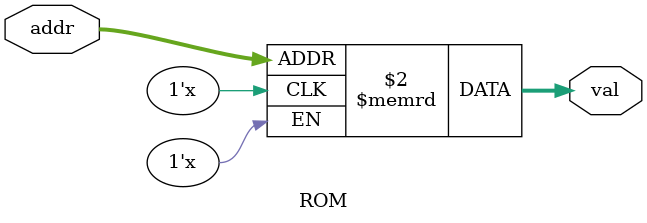
<source format=v>
module ROM #(
    parameter SIZE=256
) (
    output reg [31:0] val, 
    input [31:0] addr
);
    reg [31:0] data [SIZE - 1:0];

    always @(*) begin
        val <= data[addr];
    end

endmodule
</source>
